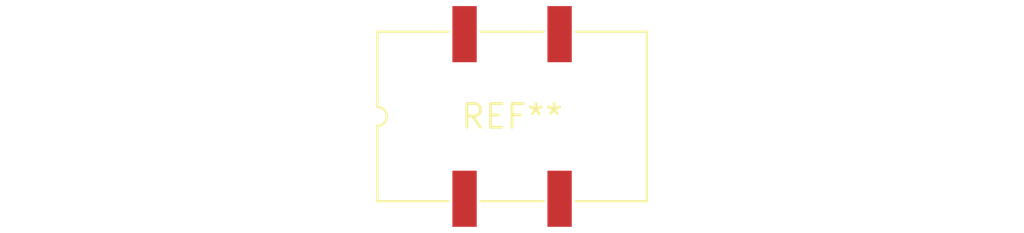
<source format=kicad_pcb>
(kicad_pcb (version 20240108) (generator pcbnew)
  (layers (0 "F.Cu" signal) (31 "B.Cu" signal) (34 "B.Paste" user) (35 "F.Paste" user) (36 "B.SilkS" user "B.Silkscreen") (37 "F.SilkS" user "F.Silkscreen") (38 "B.Mask" user) (39 "F.Mask" user) (44 "Edge.Cuts" user))
  (net 0 "")
  (footprint "Oscillator_SMD_SeikoEpson_SG8002JA-4Pin_14.0x8.7mm" (layer "F.Cu") (at 0 0)
    (property "Reference" "REF**")
    (property "Value" "Oscillator_SMD_SeikoEpson_SG8002JA-4Pin_14.0x8.7mm")
    (fp_line (start -7.2 -4.53) (end -3.39 -4.53) (layer "F.SilkS") (stroke (width 0.12)))
    (fp_line (start -7.2 -0.5) (end -7.2 -4.53) (layer "F.SilkS") (stroke (width 0.12)))
    (fp_line (start -7.2 4.53) (end -7.2 0.5) (layer "F.SilkS") (stroke (width 0.12)))
    (fp_line (start -7.2 4.53) (end -3.39 4.53) (layer "F.SilkS") (stroke (width 0.12)))
    (fp_line (start -1.69 -4.53) (end 1.69 -4.53) (layer "F.SilkS") (stroke (width 0.12)))
    (fp_line (start 1.69 4.53) (end -1.69 4.53) (layer "F.SilkS") (stroke (width 0.12)))
    (fp_line (start 3.39 -4.53) (end 7.2 -4.53) (layer "F.SilkS") (stroke (width 0.12)))
    (fp_line (start 7.2 -4.53) (end 7.2 4.53) (layer "F.SilkS") (stroke (width 0.12)))
    (fp_line (start 7.2 4.53) (end 3.39 4.53) (layer "F.SilkS") (stroke (width 0.12)))
    (fp_arc (start -7.2 -0.5) (mid -6.7 0) (end -7.2 0.5) (layer "F.SilkS") (stroke (width 0.12)))
    (pad "1" smd rect (at -2.54 4.4) (size 1.3 3) (layers "F.Cu" "F.Paste" "F.Mask"))
    (pad "2" smd rect (at 2.54 4.4) (size 1.3 3) (layers "F.Cu" "F.Paste" "F.Mask"))
    (pad "3" smd rect (at 2.54 -4.4) (size 1.3 3) (layers "F.Cu" "F.Paste" "F.Mask"))
    (pad "4" smd rect (at -2.54 -4.4) (size 1.3 3) (layers "F.Cu" "F.Paste" "F.Mask"))
  )
)
</source>
